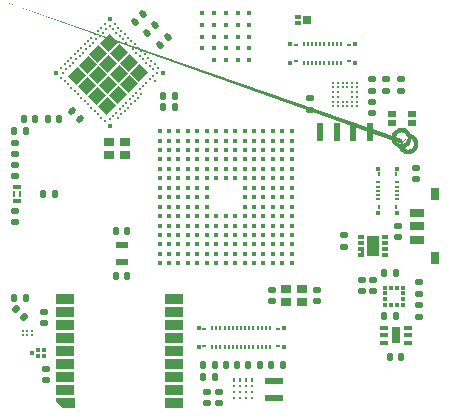
<source format=gbr>
%TF.GenerationSoftware,KiCad,Pcbnew,7.0.1*%
%TF.CreationDate,2023-12-30T02:23:50+00:00*%
%TF.ProjectId,watch_main,77617463-685f-46d6-9169-6e2e6b696361,rev?*%
%TF.SameCoordinates,Original*%
%TF.FileFunction,Paste,Top*%
%TF.FilePolarity,Positive*%
%FSLAX46Y46*%
G04 Gerber Fmt 4.6, Leading zero omitted, Abs format (unit mm)*
G04 Created by KiCad (PCBNEW 7.0.1) date 2023-12-30 02:23:50*
%MOMM*%
%LPD*%
G01*
G04 APERTURE LIST*
G04 Aperture macros list*
%AMRoundRect*
0 Rectangle with rounded corners*
0 $1 Rounding radius*
0 $2 $3 $4 $5 $6 $7 $8 $9 X,Y pos of 4 corners*
0 Add a 4 corners polygon primitive as box body*
4,1,4,$2,$3,$4,$5,$6,$7,$8,$9,$2,$3,0*
0 Add four circle primitives for the rounded corners*
1,1,$1+$1,$2,$3*
1,1,$1+$1,$4,$5*
1,1,$1+$1,$6,$7*
1,1,$1+$1,$8,$9*
0 Add four rect primitives between the rounded corners*
20,1,$1+$1,$2,$3,$4,$5,0*
20,1,$1+$1,$4,$5,$6,$7,0*
20,1,$1+$1,$6,$7,$8,$9,0*
20,1,$1+$1,$8,$9,$2,$3,0*%
%AMRotRect*
0 Rectangle, with rotation*
0 The origin of the aperture is its center*
0 $1 length*
0 $2 width*
0 $3 Rotation angle, in degrees counterclockwise*
0 Add horizontal line*
21,1,$1,$2,0,0,$3*%
%AMFreePoly0*
4,1,6,0.450000,-0.400000,-0.450000,-0.400000,-0.450000,0.650000,0.150000,1.200000,0.450000,1.200000,0.450000,-0.400000,0.450000,-0.400000,$1*%
%AMFreePoly1*
4,1,7,0.150000,0.000000,0.350000,0.000000,0.350000,-0.250000,-0.150000,-0.250000,-0.150000,0.250000,0.150000,0.250000,0.150000,0.000000,0.150000,0.000000,$1*%
%AMFreePoly2*
4,1,59,0.799098,0.828199,0.965410,0.754152,1.112692,0.647145,1.234508,0.511855,1.325534,0.354194,1.381790,0.181054,1.400820,0.000000,1.381790,-0.181054,1.325534,-0.354194,1.234508,-0.511855,1.112692,-0.647145,0.965410,-0.754152,0.799098,-0.828199,0.621025,-0.866050,0.438975,-0.866050,0.260902,-0.828199,0.094590,-0.754152,-0.052692,-0.647145,-0.174508,-0.511855,-0.265534,-0.354194,
-0.321790,-0.181054,-0.339094,-0.016420,0.056698,-0.016420,0.073606,-0.134009,0.129848,-0.257162,0.218508,-0.359481,0.332403,-0.432677,0.462306,-0.470820,0.597694,-0.470820,0.727597,-0.432677,0.841492,-0.359481,0.930152,-0.257162,0.986394,-0.134009,1.005662,0.000000,0.986394,0.134009,0.930152,0.257162,0.841492,0.359481,0.727597,0.432677,0.597694,0.470820,0.462306,0.470820,
0.332403,0.432677,0.218508,0.359481,0.129848,0.257162,0.073606,0.134009,0.056698,0.016420,0.063500,0.000000,0.056698,-0.016420,-0.339094,-0.016420,-0.339094,-0.016419,-0.340820,0.000000,-0.321790,0.181054,-0.265534,0.354194,-0.174508,0.511855,-0.052692,0.647145,0.094590,0.754152,0.260902,0.828199,0.438975,0.866050,0.621025,0.866050,0.799098,0.828199,0.799098,0.828199,
$1*%
G04 Aperture macros list end*
%ADD10RoundRect,0.140000X-0.170000X0.140000X-0.170000X-0.140000X0.170000X-0.140000X0.170000X0.140000X0*%
%ADD11RoundRect,0.140000X-0.140000X-0.170000X0.140000X-0.170000X0.140000X0.170000X-0.140000X0.170000X0*%
%ADD12RoundRect,0.140000X0.170000X-0.140000X0.170000X0.140000X-0.170000X0.140000X-0.170000X-0.140000X0*%
%ADD13RoundRect,0.135000X-0.185000X0.135000X-0.185000X-0.135000X0.185000X-0.135000X0.185000X0.135000X0*%
%ADD14R,0.200000X0.400000*%
%ADD15R,0.400000X0.400000*%
%ADD16R,0.360000X0.220000*%
%ADD17R,0.360000X0.210000*%
%ADD18RoundRect,0.147500X-0.147500X-0.172500X0.147500X-0.172500X0.147500X0.172500X-0.147500X0.172500X0*%
%ADD19R,0.900000X0.800000*%
%ADD20RoundRect,0.147500X0.172500X-0.147500X0.172500X0.147500X-0.172500X0.147500X-0.172500X-0.147500X0*%
%ADD21RotRect,1.100000X1.000000X225.000000*%
%ADD22C,0.400000*%
%ADD23C,0.250000*%
%ADD24R,0.400000X0.200000*%
%ADD25R,0.220000X0.360000*%
%ADD26RoundRect,0.135000X0.185000X-0.135000X0.185000X0.135000X-0.185000X0.135000X-0.185000X-0.135000X0*%
%ADD27R,0.300000X0.375000*%
%ADD28R,0.750000X0.300000*%
%ADD29R,0.750000X1.450000*%
%ADD30RoundRect,0.140000X0.140000X0.170000X-0.140000X0.170000X-0.140000X-0.170000X0.140000X-0.170000X0*%
%ADD31R,0.480000X0.400000*%
%ADD32R,0.750000X0.750000*%
%ADD33R,1.600000X0.900000*%
%ADD34FreePoly0,90.000000*%
%ADD35R,0.300000X0.350000*%
%ADD36R,0.350000X0.300000*%
%ADD37RoundRect,0.135000X-0.135000X-0.185000X0.135000X-0.185000X0.135000X0.185000X-0.135000X0.185000X0*%
%ADD38C,0.300000*%
%ADD39R,0.200000X0.300000*%
%ADD40R,0.250000X0.250000*%
%ADD41R,0.500000X0.300000*%
%ADD42FreePoly1,90.000000*%
%ADD43R,1.000000X1.700000*%
%ADD44R,0.550000X1.600000*%
%ADD45R,1.100000X0.600000*%
%ADD46R,1.200000X0.800000*%
%ADD47R,0.800000X1.000000*%
%ADD48R,0.800000X0.990000*%
%ADD49RoundRect,0.135000X0.135000X0.185000X-0.135000X0.185000X-0.135000X-0.185000X0.135000X-0.185000X0*%
%ADD50C,0.370000*%
%ADD51R,1.600000X0.550000*%
%ADD52RoundRect,0.140000X0.021213X-0.219203X0.219203X-0.021213X-0.021213X0.219203X-0.219203X0.021213X0*%
%ADD53RoundRect,0.147500X-0.226274X-0.017678X-0.017678X-0.226274X0.226274X0.017678X0.017678X0.226274X0*%
%ADD54RoundRect,0.140000X0.219203X0.021213X0.021213X0.219203X-0.219203X-0.021213X-0.021213X-0.219203X0*%
%ADD55R,0.800000X0.350000*%
%ADD56R,0.260000X0.600000*%
%ADD57R,0.762000X0.533400*%
%ADD58FreePoly2,90.000000*%
%ADD59RoundRect,0.147500X0.147500X0.172500X-0.147500X0.172500X-0.147500X-0.172500X0.147500X-0.172500X0*%
%ADD60C,0.406400*%
G04 APERTURE END LIST*
%TO.C,MIC1801*%
G36*
X165766867Y-89476068D02*
G01*
X166007611Y-89598733D01*
X166198667Y-89789789D01*
X166321332Y-90030533D01*
X166363600Y-90297400D01*
X166321332Y-90564267D01*
X166198667Y-90805011D01*
X166007611Y-90996067D01*
X165766867Y-91118732D01*
X165500000Y-91161000D01*
X165424732Y-91157714D01*
X165456832Y-90790815D01*
X165500000Y-90792700D01*
X165653056Y-90768458D01*
X165791130Y-90698106D01*
X165900706Y-90588530D01*
X165971058Y-90450456D01*
X165995300Y-90297400D01*
X165971058Y-90144344D01*
X165900706Y-90006270D01*
X165791130Y-89896694D01*
X165653056Y-89826342D01*
X165500000Y-89802100D01*
X165456832Y-89803985D01*
X165424732Y-89437086D01*
X165500000Y-89433800D01*
X165766867Y-89476068D01*
G37*
G36*
X165575268Y-89437086D02*
G01*
X165543168Y-89803985D01*
X165500000Y-89802100D01*
X165346944Y-89826342D01*
X165208870Y-89896694D01*
X165099294Y-90006270D01*
X165028942Y-90144344D01*
X165004700Y-90297400D01*
X165028942Y-90450456D01*
X165099294Y-90588530D01*
X165208870Y-90698106D01*
X165346944Y-90768458D01*
X165500000Y-90792700D01*
X165543168Y-90790815D01*
X165575268Y-91157714D01*
X165500000Y-91161000D01*
X165233133Y-91118732D01*
X164992389Y-90996067D01*
X164801333Y-90805011D01*
X164678668Y-90564267D01*
X164636400Y-90297400D01*
X164678668Y-90030533D01*
X164801333Y-89789789D01*
X164992389Y-89598733D01*
X165233133Y-89476068D01*
X165500000Y-89433800D01*
X165575268Y-89437086D01*
G37*
%TD*%
D10*
%TO.C,C207*%
X157700000Y-86920000D03*
X157700000Y-87880000D03*
%TD*%
D11*
%TO.C,C803*%
X141320000Y-98150000D03*
X142280000Y-98150000D03*
%TD*%
D12*
%TO.C,C402*%
X135200000Y-105980000D03*
X135200000Y-105020000D03*
%TD*%
%TO.C,C1601*%
X132720000Y-97442000D03*
X132720000Y-96482000D03*
%TD*%
D13*
%TO.C,R202*%
X165400000Y-85290000D03*
X165400000Y-86310000D03*
%TD*%
D14*
%TO.C,J501*%
X154350000Y-108000000D03*
X154000000Y-108000000D03*
X153650000Y-108000000D03*
X153300000Y-108000000D03*
X152950000Y-108000000D03*
X152600000Y-108000000D03*
X152250000Y-108000000D03*
X151900000Y-108000000D03*
X151550000Y-108000000D03*
X151200000Y-108000000D03*
X150850000Y-108000000D03*
X150500000Y-108000000D03*
X150150000Y-108000000D03*
X149800000Y-108000000D03*
X149450000Y-108000000D03*
X149450000Y-106400000D03*
X149800000Y-106400000D03*
X150150000Y-106400000D03*
X150500000Y-106400000D03*
X150850000Y-106400000D03*
X151200000Y-106400000D03*
X151550000Y-106400000D03*
X151900000Y-106400000D03*
X152250000Y-106400000D03*
X152600000Y-106400000D03*
X152950000Y-106400000D03*
X153300000Y-106400000D03*
X153650000Y-106400000D03*
X154000000Y-106400000D03*
X154350000Y-106400000D03*
D15*
X155500000Y-106400000D03*
D16*
X155030000Y-106490000D03*
X148770000Y-106490000D03*
D15*
X148300000Y-106400000D03*
X148300000Y-108000000D03*
D16*
X148770000Y-107910000D03*
X155030000Y-107910000D03*
D15*
X155500000Y-108000000D03*
%TD*%
D14*
%TO.C,J701*%
X157210000Y-83900000D03*
X157210000Y-82300000D03*
X157560000Y-83900000D03*
X157560000Y-82300000D03*
X157910000Y-83900000D03*
X157910000Y-82300000D03*
X158260000Y-83900000D03*
X158260000Y-82300000D03*
X158610000Y-83900000D03*
X158610000Y-82300000D03*
X158960000Y-83900000D03*
X158960000Y-82300000D03*
X159310000Y-83900000D03*
X159310000Y-82300000D03*
X159660000Y-83900000D03*
X159660000Y-82300000D03*
X160010000Y-83900000D03*
X160010000Y-82300000D03*
X160360000Y-83900000D03*
X160360000Y-82300000D03*
D15*
X156060000Y-82300000D03*
D17*
X156530000Y-82395000D03*
D15*
X156060000Y-83900000D03*
D17*
X156530000Y-83805000D03*
X161040000Y-83805000D03*
D15*
X161510000Y-83900000D03*
D17*
X161040000Y-82395000D03*
D15*
X161540000Y-82300000D03*
%TD*%
D10*
%TO.C,C401*%
X135400000Y-109820000D03*
X135400000Y-110780000D03*
%TD*%
D18*
%TO.C,L1601*%
X132715000Y-103800000D03*
X133685000Y-103800000D03*
%TD*%
D19*
%TO.C,Y301*%
X142100000Y-90650000D03*
X140700000Y-90650000D03*
X140700000Y-91750000D03*
X142100000Y-91750000D03*
%TD*%
D20*
%TO.C,L1602*%
X132720000Y-91665000D03*
X132720000Y-90695000D03*
%TD*%
D21*
%TO.C,U301*%
X143291852Y-84786827D03*
X142443324Y-83938299D03*
X141594796Y-83089771D03*
X140746268Y-82241243D03*
X142372613Y-85706066D03*
X141524085Y-84857538D03*
X140675557Y-84009010D03*
X139827029Y-83160482D03*
X141453374Y-86625305D03*
X140604846Y-85776777D03*
X139756318Y-84928249D03*
X138907790Y-84079721D03*
X140534136Y-87544544D03*
X139685607Y-86696016D03*
X138837079Y-85847488D03*
X137988551Y-84998959D03*
D22*
X145307106Y-84751472D03*
D23*
X144600000Y-85458579D03*
X143468629Y-86589950D03*
X143185786Y-86872792D03*
X142902943Y-87155635D03*
X142620101Y-87438478D03*
X142337258Y-87721320D03*
X142054415Y-88004163D03*
X141771572Y-88287006D03*
X141488730Y-88569849D03*
D22*
X140781623Y-89276955D03*
D23*
X142337258Y-81781624D03*
X137811775Y-86307107D03*
X141912994Y-81923045D03*
X142054415Y-81498781D03*
X137528932Y-86024264D03*
X141630151Y-81640202D03*
X141771572Y-81215938D03*
X137246089Y-85741421D03*
X141347308Y-81357359D03*
X141488730Y-80933095D03*
X136963246Y-85458579D03*
X141064466Y-81074517D03*
X141205887Y-80650253D03*
X136680404Y-85175736D03*
X140781623Y-80791674D03*
X140498780Y-81074517D03*
X140215938Y-81357359D03*
X139933095Y-81640202D03*
X139650252Y-81923045D03*
X139367409Y-82205888D03*
X139084567Y-82488730D03*
X138801724Y-82771573D03*
X138518881Y-83054416D03*
X138236039Y-83337258D03*
X137953196Y-83620101D03*
X137670353Y-83902944D03*
X137387510Y-84185787D03*
X137104668Y-84468629D03*
X136821825Y-84751472D03*
D22*
X140781623Y-80225989D03*
D23*
X140357359Y-80650253D03*
X140074516Y-80933095D03*
X139791674Y-81215938D03*
X139508831Y-81498781D03*
X139225988Y-81781624D03*
X138943145Y-82064466D03*
X138660303Y-82347309D03*
X138377460Y-82630152D03*
X138094617Y-82912994D03*
X137811775Y-83195837D03*
X137528932Y-83478680D03*
X137246089Y-83761523D03*
X136963246Y-84044365D03*
X136680404Y-84327208D03*
D22*
X136256140Y-84751472D03*
D23*
X144741421Y-84751472D03*
X144458578Y-85034315D03*
X144175736Y-85317157D03*
X143892893Y-85600000D03*
X143610050Y-85882843D03*
X143327207Y-86165686D03*
X143044365Y-86448528D03*
X142761522Y-86731371D03*
X142478679Y-87014214D03*
X142195837Y-87297056D03*
X141912994Y-87579899D03*
X141630151Y-87862742D03*
X141347308Y-88145585D03*
X141064466Y-88428427D03*
X140781623Y-88711270D03*
X144882842Y-84327208D03*
X140357359Y-88852691D03*
X144458578Y-84468629D03*
X144600000Y-84044365D03*
X140074516Y-88569849D03*
X144175736Y-84185787D03*
X144317157Y-83761523D03*
X139791674Y-88287006D03*
X143892893Y-83902944D03*
X144034314Y-83478680D03*
X139508831Y-88004163D03*
X143610050Y-83620101D03*
X143751471Y-83195837D03*
X139225988Y-87721320D03*
X143327207Y-83337258D03*
X143468629Y-82912994D03*
X138943145Y-87438478D03*
X143044365Y-83054416D03*
X143185786Y-82630152D03*
X138660303Y-87155635D03*
X142761522Y-82771573D03*
X142902943Y-82347309D03*
X138377460Y-86872792D03*
X142478679Y-82488730D03*
X142620101Y-82064466D03*
X138094617Y-86589950D03*
X142195837Y-82205888D03*
%TD*%
D24*
%TO.C,J601*%
X163500000Y-94050000D03*
X163500000Y-94400000D03*
X163500000Y-94750000D03*
X163500000Y-95100000D03*
X163500000Y-95450000D03*
X165100000Y-95450000D03*
X165100000Y-95100000D03*
X165100000Y-94400000D03*
X165100000Y-94750000D03*
X165100000Y-94050000D03*
D15*
X163500000Y-92900000D03*
X165100000Y-92900000D03*
D25*
X163590000Y-93350000D03*
X165010000Y-93350000D03*
X163590000Y-96150000D03*
X165010000Y-96150000D03*
D15*
X163500000Y-96600000D03*
X165100000Y-96600000D03*
%TD*%
D11*
%TO.C,C1305*%
X164020000Y-101700000D03*
X164980000Y-101700000D03*
%TD*%
%TO.C,C1407*%
X152520000Y-109500000D03*
X153480000Y-109500000D03*
%TD*%
D26*
%TO.C,R804*%
X167000000Y-105410000D03*
X167000000Y-104390000D03*
%TD*%
D19*
%TO.C,Y801*%
X157100000Y-103050000D03*
X155700000Y-103050000D03*
X155700000Y-104150000D03*
X157100000Y-104150000D03*
%TD*%
D12*
%TO.C,C1401*%
X150000000Y-112730000D03*
X150000000Y-111770000D03*
%TD*%
D10*
%TO.C,C1306*%
X163100000Y-102320000D03*
X163100000Y-103280000D03*
%TD*%
D27*
%TO.C,FL401*%
X134200000Y-108487500D03*
X134700000Y-108775000D03*
X135200000Y-108775000D03*
X135200000Y-108200000D03*
X134700000Y-108200000D03*
%TD*%
D28*
%TO.C,IC1302*%
X166000000Y-107650000D03*
X166000000Y-107000000D03*
X166000000Y-106350000D03*
X164000000Y-106350000D03*
X164000000Y-107000000D03*
X164000000Y-107650000D03*
D29*
X165000000Y-107000000D03*
%TD*%
D30*
%TO.C,C1408*%
X149680000Y-109500000D03*
X148720000Y-109500000D03*
%TD*%
D11*
%TO.C,C804*%
X141320000Y-101950000D03*
X142280000Y-101950000D03*
%TD*%
D23*
%TO.C,IC201*%
X159700000Y-87600000D03*
X159700000Y-87200000D03*
X159700000Y-86800000D03*
X159700000Y-86400000D03*
X159700000Y-86000000D03*
X159700000Y-85600000D03*
X160100000Y-87600000D03*
X160100000Y-87200000D03*
X160100000Y-86800000D03*
X160100000Y-86400000D03*
X160100000Y-86000000D03*
X160100000Y-85600000D03*
X160500000Y-87600000D03*
X160500000Y-87200000D03*
X160500000Y-86000000D03*
X160500000Y-85600000D03*
X160900000Y-87600000D03*
X160900000Y-87200000D03*
X160900000Y-86000000D03*
X160900000Y-85600000D03*
X161300000Y-87600000D03*
X161300000Y-87200000D03*
X161300000Y-86800000D03*
X161300000Y-86400000D03*
X161300000Y-86000000D03*
X161300000Y-85600000D03*
X161700000Y-87600000D03*
X161700000Y-87200000D03*
X161700000Y-86800000D03*
X161700000Y-86400000D03*
X161700000Y-86000000D03*
X161700000Y-85600000D03*
%TD*%
D12*
%TO.C,C1602*%
X132720000Y-93522000D03*
X132720000Y-92562000D03*
%TD*%
D30*
%TO.C,C1405*%
X151580000Y-109500000D03*
X150620000Y-109500000D03*
%TD*%
D12*
%TO.C,C802*%
X158300000Y-104080000D03*
X158300000Y-103120000D03*
%TD*%
D10*
%TO.C,C202*%
X163000000Y-85320000D03*
X163000000Y-86280000D03*
%TD*%
D31*
%TO.C,Q201*%
X156720000Y-80025000D03*
D32*
X157480000Y-80300000D03*
D31*
X156720000Y-80575000D03*
%TD*%
D13*
%TO.C,R201*%
X164200000Y-85290000D03*
X164200000Y-86310000D03*
%TD*%
D10*
%TO.C,C1801*%
X166700000Y-92820000D03*
X166700000Y-93780000D03*
%TD*%
D33*
%TO.C,U401*%
X146200000Y-112700000D03*
X146200000Y-111600000D03*
X146200000Y-110500000D03*
X146200000Y-109400000D03*
X146200000Y-108300000D03*
X146200000Y-107200000D03*
X146200000Y-106100000D03*
X146200000Y-105000000D03*
X146200000Y-103900000D03*
X137000000Y-103900000D03*
X137000000Y-105000000D03*
X137000000Y-106100000D03*
X137000000Y-107200000D03*
X137000000Y-108300000D03*
X137000000Y-109400000D03*
X137000000Y-110500000D03*
X137000000Y-111600000D03*
D34*
X137400000Y-112700000D03*
%TD*%
D11*
%TO.C,C316*%
X145320000Y-86700000D03*
X146280000Y-86700000D03*
%TD*%
D30*
%TO.C,C1307*%
X165480000Y-108812500D03*
X164520000Y-108812500D03*
%TD*%
D35*
%TO.C,IC1301*%
X164100000Y-104450000D03*
X164600000Y-104450000D03*
X165100000Y-104450000D03*
X165600000Y-104450000D03*
D36*
X165600000Y-103950000D03*
X165600000Y-103450000D03*
D35*
X165600000Y-102950000D03*
X165100000Y-102950000D03*
X164600000Y-102950000D03*
X164100000Y-102950000D03*
D36*
X164100000Y-103450000D03*
X164100000Y-103950000D03*
%TD*%
D30*
%TO.C,C1409*%
X149680000Y-110500000D03*
X148720000Y-110500000D03*
%TD*%
D18*
%TO.C,L1603*%
X132715000Y-89700000D03*
X133685000Y-89700000D03*
%TD*%
D10*
%TO.C,C801*%
X154500000Y-103120000D03*
X154500000Y-104080000D03*
%TD*%
D37*
%TO.C,R1601*%
X135098000Y-95035000D03*
X136118000Y-95035000D03*
%TD*%
D38*
%TO.C,U1401*%
X152800000Y-112300000D03*
X152300000Y-112300000D03*
X151800000Y-112300000D03*
X151300000Y-112300000D03*
X152800000Y-111800000D03*
X152300000Y-111800000D03*
X151800000Y-111800000D03*
X151300000Y-111800000D03*
X152800000Y-111300000D03*
X152300000Y-111300000D03*
X151800000Y-111300000D03*
X151300000Y-111296000D03*
D39*
X152800000Y-110800000D03*
X152304000Y-110800000D03*
X151800000Y-110800000D03*
X151300000Y-110800000D03*
%TD*%
D40*
%TO.C,IC401*%
X133400000Y-106987500D03*
X133800000Y-106987500D03*
X134200000Y-106987500D03*
X134200000Y-106587500D03*
X133800000Y-106587500D03*
X133400000Y-106587500D03*
%TD*%
D41*
%TO.C,U1102*%
X164100000Y-100200000D03*
X164100000Y-99700000D03*
X164100000Y-99200000D03*
X164100000Y-98700000D03*
X162050000Y-98700000D03*
X162050000Y-99200000D03*
X162050000Y-99700000D03*
D42*
X162050000Y-100200000D03*
D43*
X163075000Y-99450000D03*
%TD*%
D10*
%TO.C,C1501*%
X165200000Y-97720000D03*
X165200000Y-98680000D03*
%TD*%
%TO.C,C1404*%
X149000000Y-111770000D03*
X149000000Y-112730000D03*
%TD*%
D44*
%TO.C,L202*%
X160025000Y-89800000D03*
X158575000Y-89800000D03*
%TD*%
D45*
%TO.C,Y802*%
X141800000Y-100750000D03*
X141800000Y-99350000D03*
%TD*%
D46*
%TO.C,SW1501*%
X166800000Y-98900000D03*
X166800000Y-96600000D03*
X166800000Y-97750000D03*
D47*
X168350000Y-100450000D03*
D48*
X168350000Y-95050000D03*
%TD*%
D18*
%TO.C,L1604*%
X133515000Y-88700000D03*
X134485000Y-88700000D03*
%TD*%
D49*
%TO.C,R803*%
X165010000Y-105400000D03*
X163990000Y-105400000D03*
%TD*%
D11*
%TO.C,C1406*%
X154470000Y-109500000D03*
X155430000Y-109500000D03*
%TD*%
D10*
%TO.C,C204*%
X163000000Y-87220000D03*
X163000000Y-88180000D03*
%TD*%
D50*
%TO.C,IC1001*%
X148600000Y-82700000D03*
X148600000Y-81700000D03*
X148600000Y-80700000D03*
X148600000Y-79700000D03*
X149600000Y-83700000D03*
X149600000Y-82700000D03*
X149600000Y-81700000D03*
X149600000Y-80700000D03*
X149600000Y-79700000D03*
X150600000Y-83700000D03*
X150600000Y-82700000D03*
X150600000Y-81700000D03*
X150600000Y-80700000D03*
X150600000Y-79700000D03*
X151600000Y-83700000D03*
X151600000Y-82700000D03*
X151600000Y-81700000D03*
X151600000Y-80700000D03*
X151600000Y-79700000D03*
X152600000Y-83700000D03*
X152600000Y-82700000D03*
X152600000Y-81700000D03*
X152600000Y-80700000D03*
X152600000Y-79700000D03*
%TD*%
D51*
%TO.C,L1404*%
X154700000Y-112275000D03*
X154700000Y-110825000D03*
%TD*%
D52*
%TO.C,C306*%
X143960589Y-81439411D03*
X144639411Y-80760589D03*
%TD*%
D53*
%TO.C,L401*%
X132857053Y-104757053D03*
X133542947Y-105442947D03*
%TD*%
D10*
%TO.C,C1303*%
X162100000Y-102320000D03*
X162100000Y-103280000D03*
%TD*%
D54*
%TO.C,C315*%
X138239411Y-88699411D03*
X137560589Y-88020589D03*
%TD*%
D12*
%TO.C,C1301*%
X167000000Y-103480000D03*
X167000000Y-102520000D03*
%TD*%
D55*
%TO.C,ANT1601*%
X132931000Y-95661000D03*
D56*
X133184000Y-95036000D03*
D55*
X132931000Y-94411000D03*
D56*
X132678000Y-95036000D03*
%TD*%
D11*
%TO.C,C314*%
X145320000Y-87700000D03*
X146280000Y-87700000D03*
%TD*%
D52*
%TO.C,C304*%
X145060589Y-82439411D03*
X145739411Y-81760589D03*
%TD*%
D57*
%TO.C,MIC1801*%
X166337500Y-88223400D03*
X166337500Y-89045400D03*
X164662500Y-88223400D03*
X164662500Y-89045400D03*
D58*
X165500000Y-90814800D03*
%TD*%
D12*
%TO.C,C1101*%
X160600000Y-99480000D03*
X160600000Y-98520000D03*
%TD*%
D44*
%TO.C,L201*%
X162825000Y-89800000D03*
X161375000Y-89800000D03*
%TD*%
D59*
%TO.C,L303*%
X136485000Y-88700000D03*
X135515000Y-88700000D03*
%TD*%
D52*
%TO.C,C313*%
X142960589Y-80439411D03*
X143639411Y-79760589D03*
%TD*%
D60*
%TO.C,U801*%
X145000001Y-100899999D03*
X145000001Y-100099999D03*
X145000001Y-99300000D03*
X145000001Y-98500000D03*
X145000001Y-97700000D03*
X145000001Y-96900000D03*
X145000001Y-96100000D03*
X145000001Y-95300000D03*
X145000001Y-94500000D03*
X145000001Y-93700000D03*
X145000001Y-92900000D03*
X145000001Y-92100000D03*
X145000001Y-91300000D03*
X145000001Y-90500001D03*
X145000001Y-89700001D03*
X145800001Y-100899999D03*
X145800001Y-100099999D03*
X145800001Y-99300000D03*
X145800001Y-98500000D03*
X145800001Y-97700000D03*
X145800001Y-96900000D03*
X145800001Y-96100000D03*
X145800001Y-95300000D03*
X145800001Y-94500000D03*
X145800001Y-93700000D03*
X145800001Y-92900000D03*
X145800001Y-92100000D03*
X145800001Y-91300000D03*
X145800001Y-90500001D03*
X145800001Y-89700001D03*
X146600000Y-100899999D03*
X146600000Y-100099999D03*
X146600000Y-99300000D03*
X146600000Y-98500000D03*
X146600000Y-97700000D03*
X146600000Y-96900000D03*
X146600000Y-96100000D03*
X146600000Y-95300000D03*
X146600000Y-94500000D03*
X146600000Y-93700000D03*
X146600000Y-92900000D03*
X146600000Y-92100000D03*
X146600000Y-91300000D03*
X146600000Y-90500001D03*
X146600000Y-89700001D03*
X147400000Y-100899999D03*
X147400000Y-100099999D03*
X147400000Y-99300000D03*
X147400000Y-98500000D03*
X147400000Y-97700000D03*
X147400000Y-96900000D03*
X147400000Y-96100000D03*
X147400000Y-95300000D03*
X147400000Y-94500000D03*
X147400000Y-93700000D03*
X147400000Y-92900000D03*
X147400000Y-92100000D03*
X147400000Y-91300000D03*
X147400000Y-90500001D03*
X147400000Y-89700001D03*
X148200000Y-100899999D03*
X148200000Y-100099999D03*
X148200000Y-99300000D03*
X148200000Y-98500000D03*
X148200000Y-97700000D03*
X148200000Y-96900000D03*
X148200000Y-96100000D03*
X148200000Y-95300000D03*
X148200000Y-94500000D03*
X148200000Y-93700000D03*
X148200000Y-92900000D03*
X148200000Y-92100000D03*
X148200000Y-91300000D03*
X148200000Y-90500001D03*
X148200000Y-89700001D03*
X149000000Y-100899999D03*
X149000000Y-100099999D03*
X149000000Y-99300000D03*
X149000000Y-98500000D03*
X149000000Y-97700000D03*
X149000000Y-96900000D03*
X149000000Y-96100000D03*
X149000000Y-95300000D03*
X149000000Y-94500000D03*
X149000000Y-93700000D03*
X149000000Y-92900000D03*
X149000000Y-92100000D03*
X149000000Y-91300000D03*
X149000000Y-90500001D03*
X149000000Y-89700001D03*
X149800000Y-100899999D03*
X149800000Y-100099999D03*
X149800000Y-99300000D03*
X149800000Y-98500000D03*
X149800000Y-97700000D03*
X149800000Y-96900000D03*
X149800000Y-93700000D03*
X149800000Y-92900000D03*
X149800000Y-92100000D03*
X149800000Y-91300000D03*
X149800000Y-90500001D03*
X149800000Y-89700001D03*
X150600000Y-100899999D03*
X150600000Y-100099999D03*
X150600000Y-99300000D03*
X150600000Y-98500000D03*
X150600000Y-97700000D03*
X150600000Y-96900000D03*
X150600000Y-93700000D03*
X150600000Y-92900000D03*
X150600000Y-92100000D03*
X150600000Y-91300000D03*
X150600000Y-90500001D03*
X150600000Y-89700001D03*
X151400000Y-100899999D03*
X151400000Y-100099999D03*
X151400000Y-99300000D03*
X151400000Y-98500000D03*
X151400000Y-97700000D03*
X151400000Y-96900000D03*
X151400000Y-93700000D03*
X151400000Y-92900000D03*
X151400000Y-92100000D03*
X151400000Y-91300000D03*
X151400000Y-90500001D03*
X151400000Y-89700001D03*
X152200000Y-100899999D03*
X152200000Y-100099999D03*
X152200000Y-99300000D03*
X152200000Y-98500000D03*
X152200000Y-97700000D03*
X152200000Y-96900000D03*
X152200000Y-96100000D03*
X152200000Y-95300000D03*
X152200000Y-94500000D03*
X152200000Y-93700000D03*
X152200000Y-92900000D03*
X152200000Y-92100000D03*
X152200000Y-91300000D03*
X152200000Y-90500001D03*
X152200000Y-89700001D03*
X153000000Y-100899999D03*
X153000000Y-100099999D03*
X153000000Y-99300000D03*
X153000000Y-98500000D03*
X153000000Y-97700000D03*
X153000000Y-96900000D03*
X153000000Y-96100000D03*
X153000000Y-95300000D03*
X153000000Y-94500000D03*
X153000000Y-93700000D03*
X153000000Y-92900000D03*
X153000000Y-92100000D03*
X153000000Y-91300000D03*
X153000000Y-90500001D03*
X153000000Y-89700001D03*
X153800000Y-100899999D03*
X153800000Y-100099999D03*
X153800000Y-99300000D03*
X153800000Y-98500000D03*
X153800000Y-97700000D03*
X153800000Y-96900000D03*
X153800000Y-96100000D03*
X153800000Y-95300000D03*
X153800000Y-94500000D03*
X153800000Y-93700000D03*
X153800000Y-92900000D03*
X153800000Y-92100000D03*
X153800000Y-91300000D03*
X153800000Y-90500001D03*
X153800000Y-89700001D03*
X154600000Y-100899999D03*
X154600000Y-100099999D03*
X154600000Y-99300000D03*
X154600000Y-98500000D03*
X154600000Y-97700000D03*
X154600000Y-96900000D03*
X154600000Y-96100000D03*
X154600000Y-95300000D03*
X154600000Y-94500000D03*
X154600000Y-93700000D03*
X154600000Y-92900000D03*
X154600000Y-92100000D03*
X154600000Y-91300000D03*
X154600000Y-90500001D03*
X154600000Y-89700001D03*
X155399999Y-100899999D03*
X155399999Y-100099999D03*
X155399999Y-99300000D03*
X155399999Y-98500000D03*
X155399999Y-97700000D03*
X155399999Y-96900000D03*
X155399999Y-96100000D03*
X155399999Y-95300000D03*
X155399999Y-94500000D03*
X155399999Y-93700000D03*
X155399999Y-92900000D03*
X155399999Y-92100000D03*
X155399999Y-91300000D03*
X155399999Y-90500001D03*
X155399999Y-89700001D03*
X156199999Y-100899999D03*
X156199999Y-100099999D03*
X156199999Y-99300000D03*
X156199999Y-98500000D03*
X156199999Y-97700000D03*
X156199999Y-96900000D03*
X156199999Y-96100000D03*
X156199999Y-95300000D03*
X156199999Y-94500000D03*
X156199999Y-93700000D03*
X156199999Y-92900000D03*
X156199999Y-92100000D03*
X156199999Y-91300000D03*
X156199999Y-90500001D03*
X156199999Y-89700001D03*
%TD*%
M02*

</source>
